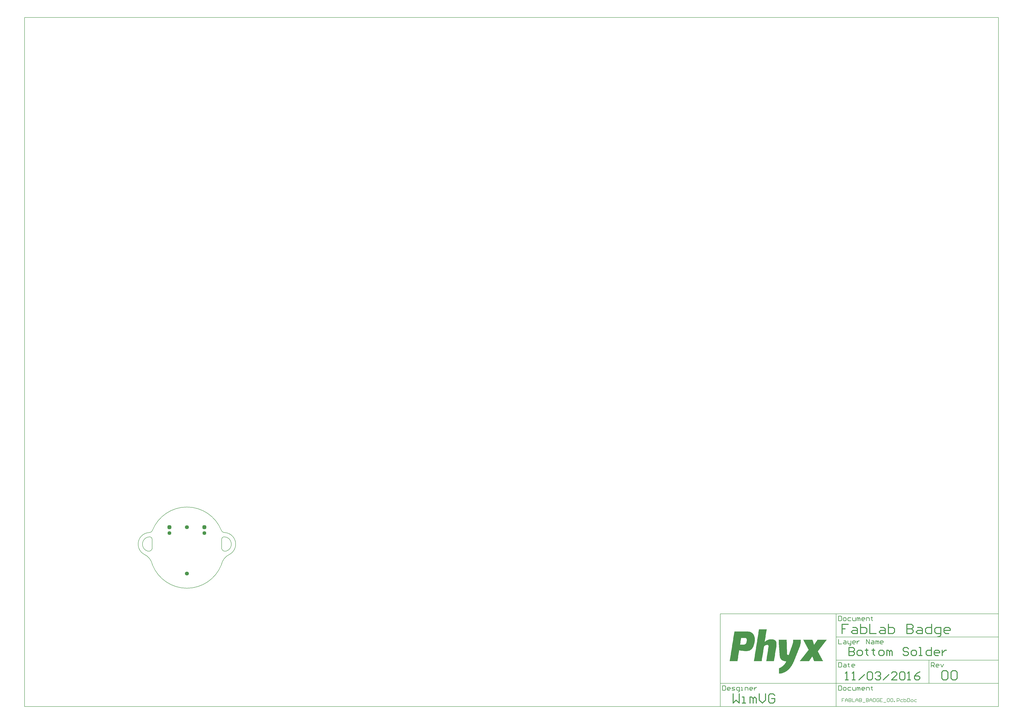
<source format=gbs>
G04 Layer_Color=16711935*
%FSLAX25Y25*%
%MOIN*%
G70*
G01*
G75*
%ADD11C,0.01575*%
%ADD12C,0.00787*%
%ADD13C,0.00984*%
%ADD17C,0.06693*%
G04:AMPARAMS|DCode=18|XSize=63.94mil|YSize=63.94mil|CornerRadius=16.97mil|HoleSize=0mil|Usage=FLASHONLY|Rotation=90.000|XOffset=0mil|YOffset=0mil|HoleType=Round|Shape=RoundedRectangle|*
%AMROUNDEDRECTD18*
21,1,0.06394,0.03000,0,0,90.0*
21,1,0.03000,0.06394,0,0,90.0*
1,1,0.03394,0.01500,0.01500*
1,1,0.03394,0.01500,-0.01500*
1,1,0.03394,-0.01500,-0.01500*
1,1,0.03394,-0.01500,0.01500*
%
%ADD18ROUNDEDRECTD18*%
%ADD19C,0.06394*%
G36*
X1042339Y-162457D02*
Y-162743D01*
Y-163030D01*
Y-163316D01*
Y-163602D01*
Y-163889D01*
Y-164175D01*
Y-164461D01*
Y-164748D01*
Y-165034D01*
Y-165320D01*
Y-165607D01*
Y-165893D01*
Y-166179D01*
Y-166466D01*
Y-166752D01*
Y-167038D01*
Y-167324D01*
Y-167611D01*
Y-167897D01*
Y-168183D01*
X1042053D01*
Y-168470D01*
Y-168756D01*
Y-169042D01*
Y-169329D01*
Y-169615D01*
X1041767D01*
Y-169901D01*
Y-170188D01*
Y-170474D01*
Y-170760D01*
X1041481D01*
Y-171047D01*
Y-171333D01*
Y-171619D01*
Y-171906D01*
X1041194D01*
Y-172192D01*
Y-172478D01*
Y-172764D01*
X1040908D01*
Y-173051D01*
Y-173337D01*
Y-173623D01*
X1040622D01*
Y-173910D01*
Y-174196D01*
Y-174482D01*
X1040335D01*
Y-174769D01*
Y-175055D01*
Y-175341D01*
X1040049D01*
Y-175628D01*
Y-175914D01*
X1039763D01*
Y-176200D01*
Y-176487D01*
X1039476D01*
Y-176773D01*
Y-177059D01*
Y-177345D01*
X1039190D01*
Y-177632D01*
Y-177918D01*
X1038904D01*
Y-178204D01*
Y-178491D01*
Y-178777D01*
X1038617D01*
Y-179063D01*
Y-179350D01*
X1038331D01*
Y-179636D01*
Y-179922D01*
Y-180209D01*
X1038045D01*
Y-180495D01*
Y-180781D01*
X1037758D01*
Y-181068D01*
Y-181354D01*
Y-181640D01*
X1037472D01*
Y-181926D01*
Y-182213D01*
X1037186D01*
Y-182499D01*
Y-182785D01*
Y-183072D01*
X1036899D01*
Y-183358D01*
Y-183644D01*
X1036613D01*
Y-183931D01*
Y-184217D01*
Y-184503D01*
X1036327D01*
Y-184790D01*
Y-185076D01*
X1036041D01*
Y-185362D01*
Y-185649D01*
Y-185935D01*
X1035754D01*
Y-186221D01*
Y-186507D01*
X1035468D01*
Y-186794D01*
Y-187080D01*
Y-187366D01*
X1035182D01*
Y-187653D01*
Y-187939D01*
X1034895D01*
Y-188225D01*
Y-188512D01*
Y-188798D01*
X1034609D01*
Y-189084D01*
Y-189371D01*
X1034323D01*
Y-189657D01*
Y-189943D01*
Y-190229D01*
X1034036D01*
Y-190516D01*
Y-190802D01*
X1033750D01*
Y-191088D01*
Y-191375D01*
Y-191661D01*
X1033464D01*
Y-191947D01*
Y-192234D01*
X1033177D01*
Y-192520D01*
Y-192806D01*
Y-193093D01*
X1032891D01*
Y-193379D01*
Y-193665D01*
X1032605D01*
Y-193952D01*
Y-194238D01*
Y-194524D01*
X1032318D01*
Y-194810D01*
Y-195097D01*
X1032032D01*
Y-195383D01*
Y-195669D01*
Y-195956D01*
X1031746D01*
Y-196242D01*
Y-196528D01*
X1031460D01*
Y-196815D01*
Y-197101D01*
Y-197387D01*
X1031173D01*
Y-197674D01*
Y-197960D01*
X1030887D01*
Y-198246D01*
Y-198533D01*
Y-198819D01*
X1030601D01*
Y-199105D01*
Y-199391D01*
X1030314D01*
Y-199678D01*
Y-199964D01*
X1030028D01*
Y-200251D01*
Y-200537D01*
X1029742D01*
Y-200823D01*
Y-201109D01*
Y-201396D01*
X1029455D01*
Y-201682D01*
X1029169D01*
Y-201968D01*
Y-202255D01*
Y-202541D01*
X1028883D01*
Y-202827D01*
X1028596D01*
Y-203114D01*
Y-203400D01*
X1028310D01*
Y-203686D01*
Y-203973D01*
X1028024D01*
Y-204259D01*
Y-204545D01*
X1027738D01*
Y-204832D01*
Y-205118D01*
X1027451D01*
Y-205404D01*
X1027165D01*
Y-205690D01*
Y-205977D01*
X1026879D01*
Y-206263D01*
Y-206549D01*
X1026592D01*
Y-206836D01*
X1026306D01*
Y-207122D01*
X1026020D01*
Y-207408D01*
Y-207695D01*
X1025733D01*
Y-207981D01*
X1025447D01*
Y-208267D01*
Y-208554D01*
X1025161D01*
Y-208840D01*
X1024874D01*
Y-209126D01*
X1024588D01*
Y-209413D01*
Y-209699D01*
X1024302D01*
Y-209985D01*
X1024015D01*
Y-210271D01*
X1023729D01*
Y-210558D01*
X1023443D01*
Y-210844D01*
X1023157D01*
Y-211130D01*
Y-211417D01*
X1022870D01*
Y-211703D01*
X1022584D01*
Y-211989D01*
X1022297D01*
Y-212276D01*
X1022011D01*
Y-212562D01*
X1021725D01*
Y-212848D01*
X1021439D01*
Y-213135D01*
X1021152D01*
Y-213421D01*
X1020580D01*
Y-213707D01*
X1020293D01*
Y-213994D01*
X1020007D01*
Y-214280D01*
X1019721D01*
Y-214566D01*
X1019434D01*
Y-214852D01*
X1018862D01*
Y-215139D01*
X1018575D01*
Y-215425D01*
X1018003D01*
Y-215711D01*
X1017717D01*
Y-215998D01*
X1017144D01*
Y-216284D01*
X1016858D01*
Y-216570D01*
X1016285D01*
Y-216857D01*
X1015712D01*
Y-217143D01*
X1015140D01*
Y-217429D01*
X1014567D01*
Y-217716D01*
X1013995D01*
Y-218002D01*
X1013136D01*
Y-218288D01*
X1012563D01*
Y-218575D01*
X1011704D01*
Y-218861D01*
X1010559D01*
Y-219147D01*
X1009414D01*
Y-219433D01*
X1007696D01*
Y-219720D01*
X1005691D01*
Y-220006D01*
X1005405D01*
Y-219720D01*
Y-219433D01*
Y-219147D01*
Y-218861D01*
Y-218575D01*
Y-218288D01*
Y-218002D01*
Y-217716D01*
Y-217429D01*
Y-217143D01*
Y-216857D01*
Y-216570D01*
Y-216284D01*
Y-215998D01*
Y-215711D01*
Y-215425D01*
Y-215139D01*
Y-214852D01*
Y-214566D01*
Y-214280D01*
Y-213994D01*
Y-213707D01*
Y-213421D01*
Y-213135D01*
Y-212848D01*
Y-212562D01*
Y-212276D01*
Y-211989D01*
Y-211703D01*
Y-211417D01*
Y-211130D01*
Y-210844D01*
Y-210558D01*
X1005978D01*
Y-210271D01*
X1006550D01*
Y-209985D01*
X1007123D01*
Y-209699D01*
X1007696D01*
Y-209413D01*
X1008268D01*
Y-209126D01*
X1008841D01*
Y-208840D01*
X1009127D01*
Y-208554D01*
X1009700D01*
Y-208267D01*
X1009986D01*
Y-207981D01*
X1010559D01*
Y-207695D01*
X1010845D01*
Y-207408D01*
X1011131D01*
Y-207122D01*
X1011704D01*
Y-206836D01*
X1011990D01*
Y-206549D01*
X1012277D01*
Y-206263D01*
X1012563D01*
Y-205977D01*
X1012849D01*
Y-205690D01*
X1013136D01*
Y-205404D01*
X1013422D01*
Y-205118D01*
X1013708D01*
Y-204832D01*
X1013995D01*
Y-204545D01*
X1014281D01*
Y-204259D01*
X1014567D01*
Y-203973D01*
X1014853D01*
Y-203686D01*
Y-203400D01*
X1015140D01*
Y-203114D01*
X1015426D01*
Y-202827D01*
X1015712D01*
Y-202541D01*
Y-202255D01*
X1015999D01*
Y-201968D01*
X1016285D01*
Y-201682D01*
Y-201396D01*
X1016571D01*
Y-201109D01*
Y-200823D01*
X1016858D01*
Y-200537D01*
X1017144D01*
Y-200251D01*
Y-199964D01*
X1017430D01*
Y-199678D01*
Y-199391D01*
X1017717D01*
Y-199105D01*
Y-198819D01*
X1015999D01*
Y-198533D01*
X1013995D01*
Y-198246D01*
X1012849D01*
Y-197960D01*
X1012277D01*
Y-197674D01*
X1011418D01*
Y-197387D01*
X1010845D01*
Y-197101D01*
X1010559D01*
Y-196815D01*
X1009986D01*
Y-196528D01*
X1009700D01*
Y-196242D01*
X1009414D01*
Y-195956D01*
X1009127D01*
Y-195669D01*
X1008841D01*
Y-195383D01*
X1008554D01*
Y-195097D01*
Y-194810D01*
X1008268D01*
Y-194524D01*
X1007982D01*
Y-194238D01*
Y-193952D01*
X1007696D01*
Y-193665D01*
Y-193379D01*
X1007409D01*
Y-193093D01*
Y-192806D01*
X1007123D01*
Y-192520D01*
Y-192234D01*
Y-191947D01*
X1006837D01*
Y-191661D01*
Y-191375D01*
Y-191088D01*
Y-190802D01*
X1006550D01*
Y-190516D01*
Y-190229D01*
Y-189943D01*
Y-189657D01*
Y-189371D01*
Y-189084D01*
Y-188798D01*
X1006264D01*
Y-188512D01*
Y-188225D01*
Y-187939D01*
Y-187653D01*
Y-187366D01*
Y-187080D01*
Y-186794D01*
Y-186507D01*
Y-186221D01*
Y-185935D01*
Y-185649D01*
Y-185362D01*
Y-185076D01*
Y-184790D01*
Y-184503D01*
X1005978D01*
Y-184217D01*
Y-183931D01*
Y-183644D01*
Y-183358D01*
Y-183072D01*
Y-182785D01*
Y-182499D01*
Y-182213D01*
Y-181926D01*
Y-181640D01*
Y-181354D01*
Y-181068D01*
Y-180781D01*
Y-180495D01*
Y-180209D01*
X1005691D01*
Y-179922D01*
Y-179636D01*
Y-179350D01*
Y-179063D01*
Y-178777D01*
Y-178491D01*
Y-178204D01*
Y-177918D01*
Y-177632D01*
Y-177345D01*
Y-177059D01*
Y-176773D01*
Y-176487D01*
Y-176200D01*
Y-175914D01*
Y-175628D01*
X1005405D01*
Y-175341D01*
Y-175055D01*
Y-174769D01*
Y-174482D01*
Y-174196D01*
Y-173910D01*
Y-173623D01*
Y-173337D01*
Y-173051D01*
Y-172764D01*
Y-172478D01*
Y-172192D01*
Y-171906D01*
Y-171619D01*
Y-171333D01*
Y-171047D01*
X1005119D01*
Y-170760D01*
Y-170474D01*
Y-170188D01*
Y-169901D01*
Y-169615D01*
Y-169329D01*
Y-169042D01*
Y-168756D01*
Y-168470D01*
Y-168183D01*
Y-167897D01*
Y-167611D01*
Y-167324D01*
Y-167038D01*
X1004832D01*
Y-166752D01*
Y-166466D01*
Y-166179D01*
Y-165893D01*
Y-165607D01*
Y-165320D01*
Y-165034D01*
Y-164748D01*
Y-164461D01*
Y-164175D01*
Y-163889D01*
Y-163602D01*
Y-163316D01*
Y-163030D01*
Y-162743D01*
Y-162457D01*
X1004546D01*
Y-162171D01*
X1018289D01*
Y-162457D01*
Y-162743D01*
Y-163030D01*
Y-163316D01*
Y-163602D01*
Y-163889D01*
Y-164175D01*
Y-164461D01*
Y-164748D01*
Y-165034D01*
Y-165320D01*
Y-165607D01*
Y-165893D01*
Y-166179D01*
X1018575D01*
Y-166466D01*
Y-166752D01*
Y-167038D01*
Y-167324D01*
Y-167611D01*
Y-167897D01*
Y-168183D01*
Y-168470D01*
Y-168756D01*
Y-169042D01*
Y-169329D01*
Y-169615D01*
Y-169901D01*
Y-170188D01*
Y-170474D01*
Y-170760D01*
Y-171047D01*
Y-171333D01*
Y-171619D01*
Y-171906D01*
Y-172192D01*
Y-172478D01*
Y-172764D01*
Y-173051D01*
Y-173337D01*
Y-173623D01*
Y-173910D01*
Y-174196D01*
Y-174482D01*
Y-174769D01*
Y-175055D01*
Y-175341D01*
Y-175628D01*
Y-175914D01*
Y-176200D01*
Y-176487D01*
Y-176773D01*
Y-177059D01*
Y-177345D01*
Y-177632D01*
Y-177918D01*
X1018862D01*
Y-178204D01*
X1018575D01*
Y-178491D01*
Y-178777D01*
X1018862D01*
Y-179063D01*
Y-179350D01*
Y-179636D01*
Y-179922D01*
Y-180209D01*
Y-180495D01*
Y-180781D01*
Y-181068D01*
Y-181354D01*
Y-181640D01*
Y-181926D01*
Y-182213D01*
Y-182499D01*
Y-182785D01*
Y-183072D01*
Y-183358D01*
Y-183644D01*
Y-183931D01*
Y-184217D01*
Y-184503D01*
Y-184790D01*
Y-185076D01*
Y-185362D01*
Y-185649D01*
Y-185935D01*
Y-186221D01*
X1019148D01*
Y-186507D01*
Y-186794D01*
Y-187080D01*
X1019434D01*
Y-187366D01*
X1019721D01*
Y-187653D01*
X1020007D01*
Y-187939D01*
X1020866D01*
Y-188225D01*
X1021725D01*
Y-187939D01*
X1022011D01*
Y-187653D01*
Y-187366D01*
Y-187080D01*
X1022297D01*
Y-186794D01*
Y-186507D01*
X1022584D01*
Y-186221D01*
Y-185935D01*
Y-185649D01*
X1022870D01*
Y-185362D01*
Y-185076D01*
Y-184790D01*
X1023157D01*
Y-184503D01*
Y-184217D01*
Y-183931D01*
X1023443D01*
Y-183644D01*
Y-183358D01*
Y-183072D01*
X1023729D01*
Y-182785D01*
Y-182499D01*
X1024015D01*
Y-182213D01*
Y-181926D01*
Y-181640D01*
X1024302D01*
Y-181354D01*
Y-181068D01*
Y-180781D01*
X1024588D01*
Y-180495D01*
Y-180209D01*
Y-179922D01*
X1024874D01*
Y-179636D01*
Y-179350D01*
X1025161D01*
Y-179063D01*
Y-178777D01*
Y-178491D01*
X1025447D01*
Y-178204D01*
Y-177918D01*
Y-177632D01*
X1025733D01*
Y-177345D01*
Y-177059D01*
Y-176773D01*
X1026020D01*
Y-176487D01*
Y-176200D01*
X1026306D01*
Y-175914D01*
Y-175628D01*
Y-175341D01*
X1026592D01*
Y-175055D01*
Y-174769D01*
Y-174482D01*
X1026879D01*
Y-174196D01*
Y-173910D01*
Y-173623D01*
X1027165D01*
Y-173337D01*
Y-173051D01*
X1027451D01*
Y-172764D01*
Y-172478D01*
Y-172192D01*
X1027738D01*
Y-171906D01*
Y-171619D01*
Y-171333D01*
X1028024D01*
Y-171047D01*
Y-170760D01*
Y-170474D01*
X1028310D01*
Y-170188D01*
Y-169901D01*
Y-169615D01*
Y-169329D01*
X1028596D01*
Y-169042D01*
Y-168756D01*
Y-168470D01*
Y-168183D01*
X1028883D01*
Y-167897D01*
Y-167611D01*
Y-167324D01*
Y-167038D01*
Y-166752D01*
X1029169D01*
Y-166466D01*
Y-166179D01*
Y-165893D01*
Y-165607D01*
Y-165320D01*
Y-165034D01*
X1029455D01*
Y-164748D01*
Y-164461D01*
Y-164175D01*
Y-163889D01*
Y-163602D01*
Y-163316D01*
Y-163030D01*
Y-162743D01*
Y-162457D01*
Y-162171D01*
X1042339D01*
Y-162457D01*
D02*
G37*
G36*
X984504Y-144992D02*
Y-145278D01*
X984218D01*
Y-145565D01*
Y-145851D01*
Y-146137D01*
Y-146424D01*
Y-146710D01*
Y-146996D01*
X983932D01*
Y-147283D01*
Y-147569D01*
Y-147855D01*
Y-148142D01*
Y-148428D01*
Y-148714D01*
X983645D01*
Y-149001D01*
Y-149287D01*
Y-149573D01*
Y-149859D01*
Y-150146D01*
Y-150432D01*
Y-150718D01*
X983359D01*
Y-151005D01*
Y-151291D01*
Y-151577D01*
Y-151864D01*
Y-152150D01*
Y-152436D01*
X983073D01*
Y-152723D01*
Y-153009D01*
Y-153295D01*
Y-153582D01*
Y-153868D01*
Y-154154D01*
X982786D01*
Y-154440D01*
Y-154727D01*
Y-155013D01*
Y-155299D01*
Y-155586D01*
Y-155872D01*
Y-156158D01*
X982500D01*
Y-156445D01*
Y-156731D01*
Y-157017D01*
Y-157304D01*
Y-157590D01*
Y-157876D01*
X982214D01*
Y-158162D01*
Y-158449D01*
Y-158735D01*
Y-159021D01*
Y-159308D01*
Y-159594D01*
X981927D01*
Y-159880D01*
Y-160167D01*
Y-160453D01*
Y-160739D01*
Y-161026D01*
Y-161312D01*
X981641D01*
Y-161598D01*
Y-161884D01*
Y-162171D01*
Y-162457D01*
Y-162743D01*
Y-163030D01*
Y-163316D01*
X981355D01*
Y-163602D01*
Y-163889D01*
Y-164175D01*
Y-164461D01*
Y-164748D01*
Y-165034D01*
X981069D01*
Y-165320D01*
Y-165607D01*
X981641D01*
Y-165320D01*
X981927D01*
Y-165034D01*
X982214D01*
Y-164748D01*
X982786D01*
Y-164461D01*
X983073D01*
Y-164175D01*
X983359D01*
Y-163889D01*
X983932D01*
Y-163602D01*
X984504D01*
Y-163316D01*
X984791D01*
Y-163030D01*
X985363D01*
Y-162743D01*
X986222D01*
Y-162457D01*
X986795D01*
Y-162171D01*
X987654D01*
Y-161884D01*
X989085D01*
Y-161598D01*
X995384D01*
Y-161884D01*
X996529D01*
Y-162171D01*
X997388D01*
Y-162457D01*
X997961D01*
Y-162743D01*
X998247D01*
Y-163030D01*
X998820D01*
Y-163316D01*
X999106D01*
Y-163602D01*
X999393D01*
Y-163889D01*
X999679D01*
Y-164175D01*
X999965D01*
Y-164461D01*
Y-164748D01*
X1000251D01*
Y-165034D01*
Y-165320D01*
X1000538D01*
Y-165607D01*
Y-165893D01*
Y-166179D01*
X1000824D01*
Y-166466D01*
Y-166752D01*
Y-167038D01*
Y-167324D01*
X1001110D01*
Y-167611D01*
Y-167897D01*
Y-168183D01*
Y-168470D01*
Y-168756D01*
Y-169042D01*
Y-169329D01*
Y-169615D01*
Y-169901D01*
Y-170188D01*
Y-170474D01*
Y-170760D01*
Y-171047D01*
Y-171333D01*
Y-171619D01*
Y-171906D01*
Y-172192D01*
Y-172478D01*
X1000824D01*
Y-172764D01*
Y-173051D01*
Y-173337D01*
Y-173623D01*
Y-173910D01*
Y-174196D01*
Y-174482D01*
X1000538D01*
Y-174769D01*
Y-175055D01*
Y-175341D01*
Y-175628D01*
Y-175914D01*
Y-176200D01*
Y-176487D01*
X1000251D01*
Y-176773D01*
Y-177059D01*
Y-177345D01*
Y-177632D01*
Y-177918D01*
Y-178204D01*
X999965D01*
Y-178491D01*
Y-178777D01*
Y-179063D01*
Y-179350D01*
Y-179636D01*
Y-179922D01*
X999679D01*
Y-180209D01*
Y-180495D01*
Y-180781D01*
Y-181068D01*
Y-181354D01*
Y-181640D01*
X999393D01*
Y-181926D01*
Y-182213D01*
Y-182499D01*
Y-182785D01*
Y-183072D01*
Y-183358D01*
Y-183644D01*
X999106D01*
Y-183931D01*
Y-184217D01*
Y-184503D01*
Y-184790D01*
Y-185076D01*
Y-185362D01*
X998820D01*
Y-185649D01*
Y-185935D01*
Y-186221D01*
Y-186507D01*
Y-186794D01*
Y-187080D01*
X998534D01*
Y-187366D01*
Y-187653D01*
Y-187939D01*
Y-188225D01*
Y-188512D01*
Y-188798D01*
Y-189084D01*
X998247D01*
Y-189371D01*
Y-189657D01*
Y-189943D01*
Y-190229D01*
Y-190516D01*
Y-190802D01*
X997961D01*
Y-191088D01*
Y-191375D01*
Y-191661D01*
Y-191947D01*
Y-192234D01*
Y-192520D01*
X997675D01*
Y-192806D01*
Y-193093D01*
Y-193379D01*
Y-193665D01*
Y-193952D01*
Y-194238D01*
X997388D01*
Y-194524D01*
Y-194810D01*
Y-195097D01*
Y-195383D01*
Y-195669D01*
Y-195956D01*
Y-196242D01*
X997102D01*
Y-196528D01*
Y-196815D01*
Y-197101D01*
Y-197387D01*
Y-197674D01*
Y-197960D01*
X996816D01*
Y-198246D01*
Y-198533D01*
X983645D01*
Y-198246D01*
Y-197960D01*
X983932D01*
Y-197674D01*
Y-197387D01*
Y-197101D01*
Y-196815D01*
Y-196528D01*
Y-196242D01*
X984218D01*
Y-195956D01*
Y-195669D01*
Y-195383D01*
Y-195097D01*
Y-194810D01*
Y-194524D01*
Y-194238D01*
X984504D01*
Y-193952D01*
Y-193665D01*
Y-193379D01*
Y-193093D01*
Y-192806D01*
Y-192520D01*
X984791D01*
Y-192234D01*
Y-191947D01*
Y-191661D01*
Y-191375D01*
Y-191088D01*
Y-190802D01*
X985077D01*
Y-190516D01*
Y-190229D01*
Y-189943D01*
Y-189657D01*
Y-189371D01*
Y-189084D01*
Y-188798D01*
X985363D01*
Y-188512D01*
Y-188225D01*
Y-187939D01*
Y-187653D01*
Y-187366D01*
Y-187080D01*
X985649D01*
Y-186794D01*
Y-186507D01*
Y-186221D01*
Y-185935D01*
Y-185649D01*
Y-185362D01*
Y-185076D01*
X985936D01*
Y-184790D01*
Y-184503D01*
Y-184217D01*
Y-183931D01*
Y-183644D01*
Y-183358D01*
X986222D01*
Y-183072D01*
Y-182785D01*
Y-182499D01*
Y-182213D01*
Y-181926D01*
Y-181640D01*
X986508D01*
Y-181354D01*
Y-181068D01*
Y-180781D01*
Y-180495D01*
Y-180209D01*
Y-179922D01*
X986795D01*
Y-179636D01*
Y-179350D01*
Y-179063D01*
Y-178777D01*
Y-178491D01*
Y-178204D01*
Y-177918D01*
X987081D01*
Y-177632D01*
Y-177345D01*
Y-177059D01*
Y-176773D01*
Y-176487D01*
Y-176200D01*
X987367D01*
Y-175914D01*
Y-175628D01*
Y-175341D01*
Y-175055D01*
Y-174769D01*
Y-174482D01*
Y-174196D01*
X987654D01*
Y-173910D01*
Y-173623D01*
Y-173337D01*
Y-173051D01*
Y-172764D01*
Y-172478D01*
X987367D01*
Y-172192D01*
Y-171906D01*
X987081D01*
Y-171619D01*
X986795D01*
Y-171333D01*
X986222D01*
Y-171047D01*
X984504D01*
Y-171333D01*
X983073D01*
Y-171619D01*
X982214D01*
Y-171906D01*
X981641D01*
Y-172192D01*
X981355D01*
Y-172478D01*
X980782D01*
Y-172764D01*
X980496D01*
Y-173051D01*
X980210D01*
Y-173337D01*
Y-173623D01*
X979923D01*
Y-173910D01*
Y-174196D01*
Y-174482D01*
X979637D01*
Y-174769D01*
Y-175055D01*
Y-175341D01*
Y-175628D01*
Y-175914D01*
Y-176200D01*
X979351D01*
Y-176487D01*
Y-176773D01*
Y-177059D01*
Y-177345D01*
Y-177632D01*
Y-177918D01*
Y-178204D01*
X979064D01*
Y-178491D01*
Y-178777D01*
Y-179063D01*
Y-179350D01*
Y-179636D01*
Y-179922D01*
X978778D01*
Y-180209D01*
Y-180495D01*
Y-180781D01*
Y-181068D01*
Y-181354D01*
Y-181640D01*
X978492D01*
Y-181926D01*
Y-182213D01*
Y-182499D01*
Y-182785D01*
Y-183072D01*
Y-183358D01*
X978205D01*
Y-183644D01*
Y-183931D01*
Y-184217D01*
Y-184503D01*
Y-184790D01*
Y-185076D01*
Y-185362D01*
X977919D01*
Y-185649D01*
Y-185935D01*
Y-186221D01*
Y-186507D01*
Y-186794D01*
Y-187080D01*
X977633D01*
Y-187366D01*
Y-187653D01*
Y-187939D01*
Y-188225D01*
Y-188512D01*
Y-188798D01*
X977346D01*
Y-189084D01*
Y-189371D01*
Y-189657D01*
Y-189943D01*
Y-190229D01*
Y-190516D01*
Y-190802D01*
X977060D01*
Y-191088D01*
Y-191375D01*
Y-191661D01*
Y-191947D01*
Y-192234D01*
Y-192520D01*
X976774D01*
Y-192806D01*
Y-193093D01*
Y-193379D01*
Y-193665D01*
Y-193952D01*
Y-194238D01*
X976488D01*
Y-194524D01*
Y-194810D01*
Y-195097D01*
Y-195383D01*
Y-195669D01*
Y-195956D01*
X976201D01*
Y-196242D01*
Y-196528D01*
Y-196815D01*
Y-197101D01*
Y-197387D01*
Y-197674D01*
Y-197960D01*
X975915D01*
Y-198246D01*
Y-198533D01*
X962745D01*
Y-198246D01*
Y-197960D01*
X963031D01*
Y-197674D01*
Y-197387D01*
Y-197101D01*
Y-196815D01*
Y-196528D01*
Y-196242D01*
Y-195956D01*
X963317D01*
Y-195669D01*
Y-195383D01*
Y-195097D01*
Y-194810D01*
Y-194524D01*
Y-194238D01*
X963603D01*
Y-193952D01*
Y-193665D01*
Y-193379D01*
Y-193093D01*
Y-192806D01*
Y-192520D01*
X963890D01*
Y-192234D01*
Y-191947D01*
Y-191661D01*
Y-191375D01*
Y-191088D01*
Y-190802D01*
Y-190516D01*
X964176D01*
Y-190229D01*
Y-189943D01*
Y-189657D01*
Y-189371D01*
Y-189084D01*
Y-188798D01*
X964462D01*
Y-188512D01*
Y-188225D01*
Y-187939D01*
Y-187653D01*
Y-187366D01*
Y-187080D01*
X964749D01*
Y-186794D01*
Y-186507D01*
Y-186221D01*
Y-185935D01*
Y-185649D01*
Y-185362D01*
X965035D01*
Y-185076D01*
Y-184790D01*
Y-184503D01*
Y-184217D01*
Y-183931D01*
Y-183644D01*
Y-183358D01*
X965321D01*
Y-183072D01*
Y-182785D01*
Y-182499D01*
Y-182213D01*
Y-181926D01*
Y-181640D01*
X965608D01*
Y-181354D01*
Y-181068D01*
Y-180781D01*
Y-180495D01*
Y-180209D01*
Y-179922D01*
X965894D01*
Y-179636D01*
Y-179350D01*
Y-179063D01*
Y-178777D01*
Y-178491D01*
Y-178204D01*
Y-177918D01*
X966180D01*
Y-177632D01*
Y-177345D01*
Y-177059D01*
Y-176773D01*
Y-176487D01*
Y-176200D01*
X966467D01*
Y-175914D01*
Y-175628D01*
Y-175341D01*
Y-175055D01*
Y-174769D01*
Y-174482D01*
X966753D01*
Y-174196D01*
Y-173910D01*
Y-173623D01*
Y-173337D01*
Y-173051D01*
Y-172764D01*
X967039D01*
Y-172478D01*
Y-172192D01*
Y-171906D01*
Y-171619D01*
Y-171333D01*
Y-171047D01*
Y-170760D01*
X967325D01*
Y-170474D01*
Y-170188D01*
Y-169901D01*
Y-169615D01*
Y-169329D01*
Y-169042D01*
X967612D01*
Y-168756D01*
Y-168470D01*
Y-168183D01*
Y-167897D01*
Y-167611D01*
Y-167324D01*
X967898D01*
Y-167038D01*
Y-166752D01*
Y-166466D01*
Y-166179D01*
Y-165893D01*
Y-165607D01*
X968184D01*
Y-165320D01*
Y-165034D01*
Y-164748D01*
Y-164461D01*
Y-164175D01*
Y-163889D01*
Y-163602D01*
X968471D01*
Y-163316D01*
Y-163030D01*
Y-162743D01*
Y-162457D01*
Y-162171D01*
Y-161884D01*
X968757D01*
Y-161598D01*
Y-161312D01*
Y-161026D01*
Y-160739D01*
Y-160453D01*
Y-160167D01*
X969043D01*
Y-159880D01*
Y-159594D01*
Y-159308D01*
Y-159021D01*
Y-158735D01*
Y-158449D01*
Y-158162D01*
X969330D01*
Y-157876D01*
Y-157590D01*
Y-157304D01*
Y-157017D01*
Y-156731D01*
Y-156445D01*
X969616D01*
Y-156158D01*
Y-155872D01*
Y-155586D01*
Y-155299D01*
Y-155013D01*
Y-154727D01*
X969902D01*
Y-154440D01*
Y-154154D01*
Y-153868D01*
Y-153582D01*
Y-153295D01*
Y-153009D01*
X970189D01*
Y-152723D01*
Y-152436D01*
Y-152150D01*
Y-151864D01*
Y-151577D01*
Y-151291D01*
Y-151005D01*
X970475D01*
Y-150718D01*
Y-150432D01*
Y-150146D01*
Y-149859D01*
Y-149573D01*
Y-149287D01*
X970761D01*
Y-149001D01*
Y-148714D01*
Y-148428D01*
Y-148142D01*
Y-147855D01*
Y-147569D01*
X971047D01*
Y-147283D01*
Y-146996D01*
Y-146710D01*
Y-146424D01*
Y-146137D01*
Y-145851D01*
Y-145565D01*
X971334D01*
Y-145278D01*
Y-144992D01*
Y-144706D01*
X984504D01*
Y-144992D01*
D02*
G37*
G36*
X953296Y-148428D02*
X955014D01*
Y-148714D01*
X955873D01*
Y-149001D01*
X956732D01*
Y-149287D01*
X957591D01*
Y-149573D01*
X958164D01*
Y-149859D01*
X958450D01*
Y-150146D01*
X959022D01*
Y-150432D01*
X959309D01*
Y-150718D01*
X959881D01*
Y-151005D01*
X960168D01*
Y-151291D01*
X960454D01*
Y-151577D01*
X960740D01*
Y-151864D01*
X961027D01*
Y-152150D01*
X961313D01*
Y-152436D01*
X961599D01*
Y-152723D01*
Y-153009D01*
X961886D01*
Y-153295D01*
X962172D01*
Y-153582D01*
Y-153868D01*
X962458D01*
Y-154154D01*
X962745D01*
Y-154440D01*
Y-154727D01*
X963031D01*
Y-155013D01*
Y-155299D01*
Y-155586D01*
X963317D01*
Y-155872D01*
Y-156158D01*
Y-156445D01*
X963603D01*
Y-156731D01*
Y-157017D01*
Y-157304D01*
Y-157590D01*
X963890D01*
Y-157876D01*
Y-158162D01*
Y-158449D01*
Y-158735D01*
Y-159021D01*
X964176D01*
Y-159308D01*
Y-159594D01*
Y-159880D01*
Y-160167D01*
Y-160453D01*
Y-160739D01*
Y-161026D01*
Y-161312D01*
Y-161598D01*
Y-161884D01*
Y-162171D01*
Y-162457D01*
Y-162743D01*
Y-163030D01*
Y-163316D01*
Y-163602D01*
Y-163889D01*
Y-164175D01*
Y-164461D01*
Y-164748D01*
X963890D01*
Y-165034D01*
Y-165320D01*
Y-165607D01*
Y-165893D01*
Y-166179D01*
Y-166466D01*
Y-166752D01*
X963603D01*
Y-167038D01*
Y-167324D01*
Y-167611D01*
Y-167897D01*
Y-168183D01*
X963317D01*
Y-168470D01*
Y-168756D01*
Y-169042D01*
Y-169329D01*
Y-169615D01*
X963031D01*
Y-169901D01*
Y-170188D01*
Y-170474D01*
X962745D01*
Y-170760D01*
Y-171047D01*
Y-171333D01*
Y-171619D01*
X962458D01*
Y-171906D01*
Y-172192D01*
Y-172478D01*
X962172D01*
Y-172764D01*
Y-173051D01*
X961886D01*
Y-173337D01*
Y-173623D01*
Y-173910D01*
X961599D01*
Y-174196D01*
Y-174482D01*
X961313D01*
Y-174769D01*
Y-175055D01*
X961027D01*
Y-175341D01*
Y-175628D01*
X960740D01*
Y-175914D01*
X960454D01*
Y-176200D01*
Y-176487D01*
X960168D01*
Y-176773D01*
X959881D01*
Y-177059D01*
X959595D01*
Y-177345D01*
Y-177632D01*
X959309D01*
Y-177918D01*
X959022D01*
Y-178204D01*
X958736D01*
Y-178491D01*
X958450D01*
Y-178777D01*
X958164D01*
Y-179063D01*
X957591D01*
Y-179350D01*
X957304D01*
Y-179636D01*
X956732D01*
Y-179922D01*
X956446D01*
Y-180209D01*
X955873D01*
Y-180495D01*
X955014D01*
Y-180781D01*
X954155D01*
Y-181068D01*
X953296D01*
Y-181354D01*
X951578D01*
Y-181640D01*
X946425D01*
Y-181354D01*
X943848D01*
Y-181068D01*
X941844D01*
Y-180781D01*
X940412D01*
Y-180495D01*
X938980D01*
Y-180209D01*
X937549D01*
Y-180495D01*
Y-180781D01*
Y-181068D01*
Y-181354D01*
Y-181640D01*
Y-181926D01*
Y-182213D01*
X937263D01*
Y-182499D01*
Y-182785D01*
Y-183072D01*
Y-183358D01*
Y-183644D01*
Y-183931D01*
X936976D01*
Y-184217D01*
Y-184503D01*
Y-184790D01*
Y-185076D01*
Y-185362D01*
Y-185649D01*
X936690D01*
Y-185935D01*
Y-186221D01*
Y-186507D01*
Y-186794D01*
Y-187080D01*
Y-187366D01*
Y-187653D01*
X936404D01*
Y-187939D01*
Y-188225D01*
Y-188512D01*
Y-188798D01*
Y-189084D01*
Y-189371D01*
X936117D01*
Y-189657D01*
Y-189943D01*
Y-190229D01*
Y-190516D01*
Y-190802D01*
Y-191088D01*
X935831D01*
Y-191375D01*
Y-191661D01*
Y-191947D01*
Y-192234D01*
Y-192520D01*
Y-192806D01*
Y-193093D01*
X935545D01*
Y-193379D01*
Y-193665D01*
Y-193952D01*
Y-194238D01*
Y-194524D01*
Y-194810D01*
X935258D01*
Y-195097D01*
Y-195383D01*
Y-195669D01*
Y-195956D01*
Y-196242D01*
Y-196528D01*
X934972D01*
Y-196815D01*
Y-197101D01*
Y-197387D01*
Y-197674D01*
Y-197960D01*
Y-198246D01*
Y-198533D01*
X921515D01*
Y-198246D01*
X921802D01*
Y-197960D01*
Y-197674D01*
Y-197387D01*
Y-197101D01*
Y-196815D01*
X922088D01*
Y-196528D01*
Y-196242D01*
Y-195956D01*
Y-195669D01*
Y-195383D01*
Y-195097D01*
Y-194810D01*
X922374D01*
Y-194524D01*
Y-194238D01*
Y-193952D01*
Y-193665D01*
Y-193379D01*
Y-193093D01*
X922661D01*
Y-192806D01*
Y-192520D01*
Y-192234D01*
Y-191947D01*
Y-191661D01*
Y-191375D01*
X922947D01*
Y-191088D01*
Y-190802D01*
Y-190516D01*
Y-190229D01*
Y-189943D01*
Y-189657D01*
Y-189371D01*
X923233D01*
Y-189084D01*
Y-188798D01*
Y-188512D01*
Y-188225D01*
Y-187939D01*
Y-187653D01*
X923520D01*
Y-187366D01*
Y-187080D01*
Y-186794D01*
Y-186507D01*
Y-186221D01*
Y-185935D01*
X923806D01*
Y-185649D01*
Y-185362D01*
Y-185076D01*
Y-184790D01*
Y-184503D01*
Y-184217D01*
X924092D01*
Y-183931D01*
Y-183644D01*
Y-183358D01*
Y-183072D01*
Y-182785D01*
Y-182499D01*
Y-182213D01*
X924378D01*
Y-181926D01*
Y-181640D01*
Y-181354D01*
Y-181068D01*
Y-180781D01*
Y-180495D01*
X924665D01*
Y-180209D01*
Y-179922D01*
Y-179636D01*
Y-179350D01*
Y-179063D01*
Y-178777D01*
X924951D01*
Y-178491D01*
Y-178204D01*
Y-177918D01*
Y-177632D01*
Y-177345D01*
Y-177059D01*
X925237D01*
Y-176773D01*
Y-176487D01*
Y-176200D01*
Y-175914D01*
Y-175628D01*
Y-175341D01*
Y-175055D01*
X925524D01*
Y-174769D01*
Y-174482D01*
Y-174196D01*
Y-173910D01*
Y-173623D01*
Y-173337D01*
X925810D01*
Y-173051D01*
Y-172764D01*
Y-172478D01*
Y-172192D01*
Y-171906D01*
Y-171619D01*
X926096D01*
Y-171333D01*
Y-171047D01*
Y-170760D01*
Y-170474D01*
Y-170188D01*
Y-169901D01*
Y-169615D01*
X926383D01*
Y-169329D01*
Y-169042D01*
Y-168756D01*
Y-168470D01*
Y-168183D01*
Y-167897D01*
X926669D01*
Y-167611D01*
Y-167324D01*
Y-167038D01*
Y-166752D01*
Y-166466D01*
Y-166179D01*
X926955D01*
Y-165893D01*
Y-165607D01*
Y-165320D01*
Y-165034D01*
Y-164748D01*
Y-164461D01*
X927242D01*
Y-164175D01*
Y-163889D01*
Y-163602D01*
Y-163316D01*
Y-163030D01*
Y-162743D01*
Y-162457D01*
X927528D01*
Y-162171D01*
Y-161884D01*
Y-161598D01*
Y-161312D01*
Y-161026D01*
Y-160739D01*
X927814D01*
Y-160453D01*
Y-160167D01*
Y-159880D01*
Y-159594D01*
Y-159308D01*
Y-159021D01*
X928101D01*
Y-158735D01*
Y-158449D01*
Y-158162D01*
Y-157876D01*
Y-157590D01*
Y-157304D01*
Y-157017D01*
X928387D01*
Y-156731D01*
Y-156445D01*
Y-156158D01*
Y-155872D01*
Y-155586D01*
Y-155299D01*
X928673D01*
Y-155013D01*
Y-154727D01*
Y-154440D01*
Y-154154D01*
Y-153868D01*
Y-153582D01*
X928959D01*
Y-153295D01*
Y-153009D01*
Y-152723D01*
Y-152436D01*
Y-152150D01*
Y-151864D01*
Y-151577D01*
X929246D01*
Y-151291D01*
Y-151005D01*
Y-150718D01*
Y-150432D01*
Y-150146D01*
Y-149859D01*
X929532D01*
Y-149573D01*
Y-149287D01*
Y-149001D01*
Y-148714D01*
Y-148428D01*
Y-148142D01*
X953296D01*
Y-148428D01*
D02*
G37*
G36*
X1086432Y-162457D02*
X1086145D01*
Y-162743D01*
X1085859D01*
Y-163030D01*
Y-163316D01*
X1085573D01*
Y-163602D01*
X1085286D01*
Y-163889D01*
X1085000D01*
Y-164175D01*
Y-164461D01*
X1084714D01*
Y-164748D01*
X1084427D01*
Y-165034D01*
X1084141D01*
Y-165320D01*
X1083855D01*
Y-165607D01*
Y-165893D01*
X1083568D01*
Y-166179D01*
X1083282D01*
Y-166466D01*
X1082996D01*
Y-166752D01*
Y-167038D01*
X1082710D01*
Y-167324D01*
X1082423D01*
Y-167611D01*
X1082137D01*
Y-167897D01*
X1081851D01*
Y-168183D01*
Y-168470D01*
X1081564D01*
Y-168756D01*
X1081278D01*
Y-169042D01*
X1080992D01*
Y-169329D01*
Y-169615D01*
X1080705D01*
Y-169901D01*
X1080419D01*
Y-170188D01*
X1080133D01*
Y-170474D01*
Y-170760D01*
X1079846D01*
Y-171047D01*
X1079560D01*
Y-171333D01*
X1079274D01*
Y-171619D01*
X1078988D01*
Y-171906D01*
Y-172192D01*
X1078701D01*
Y-172478D01*
X1078415D01*
Y-172764D01*
X1078129D01*
Y-173051D01*
Y-173337D01*
X1077842D01*
Y-173623D01*
X1077556D01*
Y-173910D01*
X1077270D01*
Y-174196D01*
Y-174482D01*
X1076983D01*
Y-174769D01*
X1076697D01*
Y-175055D01*
X1076411D01*
Y-175341D01*
X1076124D01*
Y-175628D01*
Y-175914D01*
X1075838D01*
Y-176200D01*
X1075552D01*
Y-176487D01*
X1075265D01*
Y-176773D01*
Y-177059D01*
X1074979D01*
Y-177345D01*
X1074693D01*
Y-177632D01*
X1074407D01*
Y-177918D01*
Y-178204D01*
X1074120D01*
Y-178491D01*
X1073834D01*
Y-178777D01*
X1073547D01*
Y-179063D01*
X1073261D01*
Y-179350D01*
Y-179636D01*
X1072975D01*
Y-179922D01*
X1072689D01*
Y-180209D01*
X1072402D01*
Y-180495D01*
Y-180781D01*
X1072116D01*
Y-181068D01*
X1071830D01*
Y-181354D01*
X1071543D01*
Y-181640D01*
X1071257D01*
Y-181926D01*
Y-182213D01*
X1071543D01*
Y-182499D01*
Y-182785D01*
X1071830D01*
Y-183072D01*
Y-183358D01*
X1072116D01*
Y-183644D01*
X1072402D01*
Y-183931D01*
Y-184217D01*
X1072689D01*
Y-184503D01*
Y-184790D01*
X1072975D01*
Y-185076D01*
Y-185362D01*
X1073261D01*
Y-185649D01*
Y-185935D01*
X1073547D01*
Y-186221D01*
Y-186507D01*
X1073834D01*
Y-186794D01*
Y-187080D01*
X1074120D01*
Y-187366D01*
Y-187653D01*
X1074407D01*
Y-187939D01*
Y-188225D01*
X1074693D01*
Y-188512D01*
X1074979D01*
Y-188798D01*
Y-189084D01*
X1075265D01*
Y-189371D01*
Y-189657D01*
X1075552D01*
Y-189943D01*
Y-190229D01*
X1075838D01*
Y-190516D01*
Y-190802D01*
X1076124D01*
Y-191088D01*
Y-191375D01*
X1076411D01*
Y-191661D01*
Y-191947D01*
X1076697D01*
Y-192234D01*
Y-192520D01*
X1076983D01*
Y-192806D01*
X1077270D01*
Y-193093D01*
Y-193379D01*
X1077556D01*
Y-193665D01*
Y-193952D01*
X1077842D01*
Y-194238D01*
Y-194524D01*
X1078129D01*
Y-194810D01*
Y-195097D01*
X1078415D01*
Y-195383D01*
Y-195669D01*
X1078701D01*
Y-195956D01*
Y-196242D01*
X1078988D01*
Y-196528D01*
Y-196815D01*
X1079274D01*
Y-197101D01*
X1079560D01*
Y-197387D01*
Y-197674D01*
X1079846D01*
Y-197960D01*
Y-198246D01*
X1080133D01*
Y-198533D01*
X1064958D01*
Y-198246D01*
X1064672D01*
Y-197960D01*
Y-197674D01*
Y-197387D01*
X1064386D01*
Y-197101D01*
Y-196815D01*
Y-196528D01*
X1064099D01*
Y-196242D01*
Y-195956D01*
X1063813D01*
Y-195669D01*
Y-195383D01*
Y-195097D01*
X1063527D01*
Y-194810D01*
Y-194524D01*
Y-194238D01*
X1063240D01*
Y-193952D01*
Y-193665D01*
X1062954D01*
Y-193379D01*
Y-193093D01*
Y-192806D01*
X1062668D01*
Y-192520D01*
Y-192234D01*
Y-191947D01*
X1062381D01*
Y-191661D01*
Y-191375D01*
Y-191088D01*
X1062095D01*
Y-190802D01*
X1061522D01*
Y-191088D01*
Y-191375D01*
X1061236D01*
Y-191661D01*
X1060950D01*
Y-191947D01*
Y-192234D01*
X1060664D01*
Y-192520D01*
X1060377D01*
Y-192806D01*
Y-193093D01*
X1060091D01*
Y-193379D01*
X1059805D01*
Y-193665D01*
Y-193952D01*
X1059518D01*
Y-194238D01*
X1059232D01*
Y-194524D01*
X1058946D01*
Y-194810D01*
Y-195097D01*
X1058659D01*
Y-195383D01*
X1058373D01*
Y-195669D01*
Y-195956D01*
X1058087D01*
Y-196242D01*
X1057800D01*
Y-196528D01*
Y-196815D01*
X1057514D01*
Y-197101D01*
X1057228D01*
Y-197387D01*
Y-197674D01*
X1056941D01*
Y-197960D01*
X1056655D01*
Y-198246D01*
Y-198533D01*
X1040622D01*
Y-198246D01*
X1040908D01*
Y-197960D01*
X1041194D01*
Y-197674D01*
X1041481D01*
Y-197387D01*
X1041767D01*
Y-197101D01*
Y-196815D01*
X1042053D01*
Y-196528D01*
X1042339D01*
Y-196242D01*
X1042626D01*
Y-195956D01*
X1042912D01*
Y-195669D01*
Y-195383D01*
X1043198D01*
Y-195097D01*
X1043485D01*
Y-194810D01*
X1043771D01*
Y-194524D01*
Y-194238D01*
X1044057D01*
Y-193952D01*
X1044344D01*
Y-193665D01*
X1044630D01*
Y-193379D01*
X1044916D01*
Y-193093D01*
Y-192806D01*
X1045203D01*
Y-192520D01*
X1045489D01*
Y-192234D01*
X1045775D01*
Y-191947D01*
X1046062D01*
Y-191661D01*
Y-191375D01*
X1046348D01*
Y-191088D01*
X1046634D01*
Y-190802D01*
X1046920D01*
Y-190516D01*
Y-190229D01*
X1047207D01*
Y-189943D01*
X1047493D01*
Y-189657D01*
X1047779D01*
Y-189371D01*
X1048066D01*
Y-189084D01*
Y-188798D01*
X1048352D01*
Y-188512D01*
X1048638D01*
Y-188225D01*
X1048925D01*
Y-187939D01*
Y-187653D01*
X1049211D01*
Y-187366D01*
X1049497D01*
Y-187080D01*
X1049784D01*
Y-186794D01*
X1050070D01*
Y-186507D01*
Y-186221D01*
X1050356D01*
Y-185935D01*
X1050642D01*
Y-185649D01*
X1050929D01*
Y-185362D01*
Y-185076D01*
X1051215D01*
Y-184790D01*
X1051501D01*
Y-184503D01*
X1051788D01*
Y-184217D01*
X1052074D01*
Y-183931D01*
Y-183644D01*
X1052360D01*
Y-183358D01*
X1052647D01*
Y-183072D01*
X1052933D01*
Y-182785D01*
X1053219D01*
Y-182499D01*
Y-182213D01*
X1053506D01*
Y-181926D01*
X1053792D01*
Y-181640D01*
X1054078D01*
Y-181354D01*
Y-181068D01*
X1054365D01*
Y-180781D01*
X1054651D01*
Y-180495D01*
X1054937D01*
Y-180209D01*
X1055223D01*
Y-179922D01*
Y-179636D01*
X1055510D01*
Y-179350D01*
Y-179063D01*
Y-178777D01*
X1055223D01*
Y-178491D01*
X1054937D01*
Y-178204D01*
Y-177918D01*
X1054651D01*
Y-177632D01*
Y-177345D01*
X1054365D01*
Y-177059D01*
Y-176773D01*
X1054078D01*
Y-176487D01*
Y-176200D01*
X1053792D01*
Y-175914D01*
Y-175628D01*
X1053506D01*
Y-175341D01*
Y-175055D01*
X1053219D01*
Y-174769D01*
X1052933D01*
Y-174482D01*
Y-174196D01*
X1052647D01*
Y-173910D01*
Y-173623D01*
X1052360D01*
Y-173337D01*
Y-173051D01*
X1052074D01*
Y-172764D01*
Y-172478D01*
X1051788D01*
Y-172192D01*
Y-171906D01*
X1051501D01*
Y-171619D01*
Y-171333D01*
X1051215D01*
Y-171047D01*
X1050929D01*
Y-170760D01*
Y-170474D01*
X1050642D01*
Y-170188D01*
Y-169901D01*
X1050356D01*
Y-169615D01*
Y-169329D01*
X1050070D01*
Y-169042D01*
Y-168756D01*
X1049784D01*
Y-168470D01*
Y-168183D01*
X1049497D01*
Y-167897D01*
Y-167611D01*
X1049211D01*
Y-167324D01*
Y-167038D01*
X1048925D01*
Y-166752D01*
X1048638D01*
Y-166466D01*
Y-166179D01*
X1048352D01*
Y-165893D01*
Y-165607D01*
X1048066D01*
Y-165320D01*
Y-165034D01*
X1047779D01*
Y-164748D01*
Y-164461D01*
X1047493D01*
Y-164175D01*
Y-163889D01*
X1047207D01*
Y-163602D01*
Y-163316D01*
X1046920D01*
Y-163030D01*
X1046634D01*
Y-162743D01*
Y-162457D01*
X1046348D01*
Y-162171D01*
X1062095D01*
Y-162457D01*
X1062381D01*
Y-162743D01*
Y-163030D01*
Y-163316D01*
X1062668D01*
Y-163602D01*
Y-163889D01*
Y-164175D01*
X1062954D01*
Y-164461D01*
Y-164748D01*
Y-165034D01*
X1063240D01*
Y-165320D01*
Y-165607D01*
Y-165893D01*
X1063527D01*
Y-166179D01*
Y-166466D01*
Y-166752D01*
X1063813D01*
Y-167038D01*
Y-167324D01*
Y-167611D01*
X1064099D01*
Y-167897D01*
Y-168183D01*
Y-168470D01*
X1064386D01*
Y-168756D01*
Y-169042D01*
Y-169329D01*
X1064672D01*
Y-169615D01*
Y-169901D01*
Y-170188D01*
Y-170474D01*
X1065244D01*
Y-170188D01*
X1065531D01*
Y-169901D01*
X1065817D01*
Y-169615D01*
Y-169329D01*
X1066103D01*
Y-169042D01*
X1066390D01*
Y-168756D01*
Y-168470D01*
X1066676D01*
Y-168183D01*
X1066962D01*
Y-167897D01*
Y-167611D01*
X1067249D01*
Y-167324D01*
X1067535D01*
Y-167038D01*
Y-166752D01*
X1067821D01*
Y-166466D01*
X1068108D01*
Y-166179D01*
Y-165893D01*
X1068394D01*
Y-165607D01*
X1068680D01*
Y-165320D01*
Y-165034D01*
X1068966D01*
Y-164748D01*
X1069253D01*
Y-164461D01*
Y-164175D01*
X1069539D01*
Y-163889D01*
X1069825D01*
Y-163602D01*
Y-163316D01*
X1070112D01*
Y-163030D01*
X1070398D01*
Y-162743D01*
Y-162457D01*
X1070684D01*
Y-162171D01*
X1086432D01*
Y-162457D01*
D02*
G37*
%LPC*%
G36*
X949001Y-159308D02*
X940985D01*
Y-159594D01*
Y-159880D01*
Y-160167D01*
Y-160453D01*
Y-160739D01*
X940698D01*
Y-161026D01*
Y-161312D01*
Y-161598D01*
Y-161884D01*
Y-162171D01*
Y-162457D01*
X940412D01*
Y-162743D01*
Y-163030D01*
Y-163316D01*
Y-163602D01*
Y-163889D01*
Y-164175D01*
X940126D01*
Y-164461D01*
Y-164748D01*
Y-165034D01*
Y-165320D01*
Y-165607D01*
Y-165893D01*
X939839D01*
Y-166179D01*
Y-166466D01*
Y-166752D01*
Y-167038D01*
Y-167324D01*
Y-167611D01*
Y-167897D01*
X939553D01*
Y-168183D01*
Y-168470D01*
Y-168756D01*
Y-169042D01*
Y-169329D01*
Y-169615D01*
X939267D01*
Y-169901D01*
Y-170188D01*
Y-170474D01*
X946425D01*
Y-170188D01*
X947570D01*
Y-169901D01*
X948143D01*
Y-169615D01*
X948429D01*
Y-169329D01*
X948715D01*
Y-169042D01*
X949001D01*
Y-168756D01*
X949288D01*
Y-168470D01*
Y-168183D01*
X949574D01*
Y-167897D01*
Y-167611D01*
X949860D01*
Y-167324D01*
Y-167038D01*
X950147D01*
Y-166752D01*
Y-166466D01*
Y-166179D01*
Y-165893D01*
X950433D01*
Y-165607D01*
Y-165320D01*
Y-165034D01*
Y-164748D01*
Y-164461D01*
X950719D01*
Y-164175D01*
Y-163889D01*
Y-163602D01*
Y-163316D01*
Y-163030D01*
Y-162743D01*
Y-162457D01*
Y-162171D01*
Y-161884D01*
Y-161598D01*
Y-161312D01*
X950433D01*
Y-161026D01*
Y-160739D01*
X950147D01*
Y-160453D01*
Y-160167D01*
X949860D01*
Y-159880D01*
X949574D01*
Y-159594D01*
X949001D01*
Y-159308D01*
D02*
G37*
%LPD*%
D11*
X1124016Y-175201D02*
Y-188976D01*
X1130903D01*
X1133199Y-186680D01*
Y-184385D01*
X1130903Y-182089D01*
X1124016D01*
X1130903D01*
X1133199Y-179793D01*
Y-177497D01*
X1130903Y-175201D01*
X1124016D01*
X1140087Y-188976D02*
X1144678D01*
X1146974Y-186680D01*
Y-182089D01*
X1144678Y-179793D01*
X1140087D01*
X1137791Y-182089D01*
Y-186680D01*
X1140087Y-188976D01*
X1153862Y-177497D02*
Y-179793D01*
X1151566D01*
X1156158D01*
X1153862D01*
Y-186680D01*
X1156158Y-188976D01*
X1165341Y-177497D02*
Y-179793D01*
X1163045D01*
X1167637D01*
X1165341D01*
Y-186680D01*
X1167637Y-188976D01*
X1176820D02*
X1181412D01*
X1183708Y-186680D01*
Y-182089D01*
X1181412Y-179793D01*
X1176820D01*
X1174524Y-182089D01*
Y-186680D01*
X1176820Y-188976D01*
X1188299D02*
Y-179793D01*
X1190595D01*
X1192891Y-182089D01*
Y-188976D01*
Y-182089D01*
X1195187Y-179793D01*
X1197483Y-182089D01*
Y-188976D01*
X1225033Y-177497D02*
X1222737Y-175201D01*
X1218145D01*
X1215850Y-177497D01*
Y-179793D01*
X1218145Y-182089D01*
X1222737D01*
X1225033Y-184385D01*
Y-186680D01*
X1222737Y-188976D01*
X1218145D01*
X1215850Y-186680D01*
X1231921Y-188976D02*
X1236512D01*
X1238808Y-186680D01*
Y-182089D01*
X1236512Y-179793D01*
X1231921D01*
X1229625Y-182089D01*
Y-186680D01*
X1231921Y-188976D01*
X1243400D02*
X1247991D01*
X1245696D01*
Y-175201D01*
X1243400D01*
X1264062D02*
Y-188976D01*
X1257175D01*
X1254879Y-186680D01*
Y-182089D01*
X1257175Y-179793D01*
X1264062D01*
X1275542Y-188976D02*
X1270950D01*
X1268654Y-186680D01*
Y-182089D01*
X1270950Y-179793D01*
X1275542D01*
X1277837Y-182089D01*
Y-184385D01*
X1268654D01*
X1282429Y-179793D02*
Y-188976D01*
Y-184385D01*
X1284725Y-182089D01*
X1287021Y-179793D01*
X1289317D01*
X1122700Y-135832D02*
X1112205D01*
Y-143703D01*
X1117452D01*
X1112205D01*
Y-151575D01*
X1130571Y-141079D02*
X1135819D01*
X1138443Y-143703D01*
Y-151575D01*
X1130571D01*
X1127948Y-148951D01*
X1130571Y-146327D01*
X1138443D01*
X1143691Y-135832D02*
Y-151575D01*
X1151562D01*
X1154186Y-148951D01*
Y-146327D01*
Y-143703D01*
X1151562Y-141079D01*
X1143691D01*
X1159433Y-135832D02*
Y-151575D01*
X1169929D01*
X1177800Y-141079D02*
X1183048D01*
X1185672Y-143703D01*
Y-151575D01*
X1177800D01*
X1175177Y-148951D01*
X1177800Y-146327D01*
X1185672D01*
X1190919Y-135832D02*
Y-151575D01*
X1198791D01*
X1201415Y-148951D01*
Y-146327D01*
Y-143703D01*
X1198791Y-141079D01*
X1190919D01*
X1222405Y-135832D02*
Y-151575D01*
X1230277D01*
X1232901Y-148951D01*
Y-146327D01*
X1230277Y-143703D01*
X1222405D01*
X1230277D01*
X1232901Y-141079D01*
Y-138456D01*
X1230277Y-135832D01*
X1222405D01*
X1240772Y-141079D02*
X1246020D01*
X1248643Y-143703D01*
Y-151575D01*
X1240772D01*
X1238148Y-148951D01*
X1240772Y-146327D01*
X1248643D01*
X1264386Y-135832D02*
Y-151575D01*
X1256515D01*
X1253891Y-148951D01*
Y-143703D01*
X1256515Y-141079D01*
X1264386D01*
X1274882Y-156823D02*
X1277506D01*
X1280129Y-154199D01*
Y-141079D01*
X1272258D01*
X1269634Y-143703D01*
Y-148951D01*
X1272258Y-151575D01*
X1280129D01*
X1293248D02*
X1288001D01*
X1285377Y-148951D01*
Y-143703D01*
X1288001Y-141079D01*
X1293248D01*
X1295872Y-143703D01*
Y-146327D01*
X1285377D01*
X1118110Y-230315D02*
X1122702D01*
X1120406D01*
Y-216540D01*
X1118110Y-218836D01*
X1129589Y-230315D02*
X1134181D01*
X1131885D01*
Y-216540D01*
X1129589Y-218836D01*
X1141069Y-230315D02*
X1150252Y-221132D01*
X1154844Y-218836D02*
X1157140Y-216540D01*
X1161731D01*
X1164027Y-218836D01*
Y-228019D01*
X1161731Y-230315D01*
X1157140D01*
X1154844Y-228019D01*
Y-218836D01*
X1168619D02*
X1170915Y-216540D01*
X1175506D01*
X1177802Y-218836D01*
Y-221132D01*
X1175506Y-223427D01*
X1173211D01*
X1175506D01*
X1177802Y-225723D01*
Y-228019D01*
X1175506Y-230315D01*
X1170915D01*
X1168619Y-228019D01*
X1182394Y-230315D02*
X1191577Y-221132D01*
X1205352Y-230315D02*
X1196169D01*
X1205352Y-221132D01*
Y-218836D01*
X1203057Y-216540D01*
X1198465D01*
X1196169Y-218836D01*
X1209944D02*
X1212240Y-216540D01*
X1216832D01*
X1219127Y-218836D01*
Y-228019D01*
X1216832Y-230315D01*
X1212240D01*
X1209944Y-228019D01*
Y-218836D01*
X1223719Y-230315D02*
X1228311D01*
X1226015D01*
Y-216540D01*
X1223719Y-218836D01*
X1244382Y-216540D02*
X1239790Y-218836D01*
X1235198Y-223427D01*
Y-228019D01*
X1237494Y-230315D01*
X1242086D01*
X1244382Y-228019D01*
Y-225723D01*
X1242086Y-223427D01*
X1235198D01*
X1281496Y-217196D02*
X1284120Y-214572D01*
X1289367D01*
X1291991Y-217196D01*
Y-227691D01*
X1289367Y-230315D01*
X1284120D01*
X1281496Y-227691D01*
Y-217196D01*
X1297239D02*
X1299863Y-214572D01*
X1305110D01*
X1307734Y-217196D01*
Y-227691D01*
X1305110Y-230315D01*
X1299863D01*
X1297239Y-227691D01*
Y-217196D01*
X927165Y-253942D02*
Y-269685D01*
X932413Y-264437D01*
X937661Y-269685D01*
Y-253942D01*
X942908Y-269685D02*
X948156D01*
X945532D01*
Y-259190D01*
X942908D01*
X956027Y-269685D02*
Y-259190D01*
X958651D01*
X961275Y-261814D01*
Y-269685D01*
Y-261814D01*
X963899Y-259190D01*
X966523Y-261814D01*
Y-269685D01*
X971770Y-253942D02*
Y-264437D01*
X977018Y-269685D01*
X982266Y-264437D01*
Y-253942D01*
X998009Y-256566D02*
X995385Y-253942D01*
X990137D01*
X987513Y-256566D01*
Y-267061D01*
X990137Y-269685D01*
X995385D01*
X998009Y-267061D01*
Y-261814D01*
X992761D01*
D12*
X66929Y-11811D02*
G03*
X62992Y12450I-3937J11811D01*
G01*
D02*
G03*
X59055Y7874I319J-4256D01*
G01*
Y-7874D02*
G03*
X66929Y-11811I5906J1969D01*
G01*
X-66929D02*
G03*
X-59055Y-7874I1969J5906D01*
G01*
Y7874D02*
G03*
X-62992Y12450I-4256J319D01*
G01*
D02*
G03*
X-66929Y-11811I0J-12450D01*
G01*
X72958Y-17048D02*
G03*
X63115Y19685I-9843J17048D01*
G01*
X72958Y-17048D02*
G03*
X58405Y-35408I10328J-23133D01*
G01*
X-58405D02*
G03*
X-72958Y-17048I-24880J-4773D01*
G01*
X-58405Y-35408D02*
G03*
X58405Y-35408I58405J23597D01*
G01*
X-63115Y19685D02*
G03*
X-72958Y-17048I0J-19685D01*
G01*
X-63113Y19670D02*
G03*
X-58405Y23597I-602J5507D01*
G01*
X58405D02*
G03*
X63113Y19670I5310J1580D01*
G01*
X58405Y23597D02*
G03*
X-58405Y23597I-58405J-23597D01*
G01*
X59055Y-7874D02*
Y7874D01*
X-59055Y-7874D02*
Y7874D01*
X-275590Y-275590D02*
X1377953D01*
X-275590D02*
Y893701D01*
X1377953Y-275590D02*
Y893701D01*
X-275590D02*
X1377953D01*
X1102362Y-275590D02*
Y-118110D01*
X905512Y-275590D02*
Y-118110D01*
X1377953D01*
X905512Y-236221D02*
X1377953D01*
X1102362Y-196850D02*
X1377953D01*
X1102362Y-157480D02*
X1377953D01*
X1259842Y-236221D02*
Y-196850D01*
X1116140Y-261813D02*
X1112205D01*
Y-264765D01*
X1114173D01*
X1112205D01*
Y-267717D01*
X1118108D02*
Y-263781D01*
X1120076Y-261813D01*
X1122044Y-263781D01*
Y-267717D01*
Y-264765D01*
X1118108D01*
X1124012Y-261813D02*
Y-267717D01*
X1126964D01*
X1127948Y-266733D01*
Y-265749D01*
X1126964Y-264765D01*
X1124012D01*
X1126964D01*
X1127948Y-263781D01*
Y-262797D01*
X1126964Y-261813D01*
X1124012D01*
X1129916D02*
Y-267717D01*
X1133851D01*
X1135819D02*
Y-263781D01*
X1137787Y-261813D01*
X1139755Y-263781D01*
Y-267717D01*
Y-264765D01*
X1135819D01*
X1141723Y-261813D02*
Y-267717D01*
X1144674D01*
X1145658Y-266733D01*
Y-265749D01*
X1144674Y-264765D01*
X1141723D01*
X1144674D01*
X1145658Y-263781D01*
Y-262797D01*
X1144674Y-261813D01*
X1141723D01*
X1147626Y-268701D02*
X1151562D01*
X1153530Y-261813D02*
Y-267717D01*
X1156482D01*
X1157466Y-266733D01*
Y-265749D01*
X1156482Y-264765D01*
X1153530D01*
X1156482D01*
X1157466Y-263781D01*
Y-262797D01*
X1156482Y-261813D01*
X1153530D01*
X1159433Y-267717D02*
Y-263781D01*
X1161401Y-261813D01*
X1163369Y-263781D01*
Y-267717D01*
Y-264765D01*
X1159433D01*
X1165337Y-261813D02*
Y-267717D01*
X1168289D01*
X1169273Y-266733D01*
Y-262797D01*
X1168289Y-261813D01*
X1165337D01*
X1175176Y-262797D02*
X1174193Y-261813D01*
X1172225D01*
X1171241Y-262797D01*
Y-266733D01*
X1172225Y-267717D01*
X1174193D01*
X1175176Y-266733D01*
Y-264765D01*
X1173209D01*
X1181080Y-261813D02*
X1177144D01*
Y-267717D01*
X1181080D01*
X1177144Y-264765D02*
X1179112D01*
X1183048Y-268701D02*
X1186984D01*
X1188951Y-262797D02*
X1189935Y-261813D01*
X1191903D01*
X1192887Y-262797D01*
Y-266733D01*
X1191903Y-267717D01*
X1189935D01*
X1188951Y-266733D01*
Y-262797D01*
X1194855D02*
X1195839Y-261813D01*
X1197807D01*
X1198791Y-262797D01*
Y-266733D01*
X1197807Y-267717D01*
X1195839D01*
X1194855Y-266733D01*
Y-262797D01*
X1200759Y-267717D02*
Y-266733D01*
X1201743D01*
Y-267717D01*
X1200759D01*
X1205678D02*
Y-261813D01*
X1208630D01*
X1209614Y-262797D01*
Y-264765D01*
X1208630Y-265749D01*
X1205678D01*
X1215518Y-263781D02*
X1212566D01*
X1211582Y-264765D01*
Y-266733D01*
X1212566Y-267717D01*
X1215518D01*
X1217486Y-261813D02*
Y-267717D01*
X1220437D01*
X1221421Y-266733D01*
Y-265749D01*
Y-264765D01*
X1220437Y-263781D01*
X1217486D01*
X1223389Y-261813D02*
Y-267717D01*
X1226341D01*
X1227325Y-266733D01*
Y-262797D01*
X1226341Y-261813D01*
X1223389D01*
X1230277Y-267717D02*
X1232245D01*
X1233228Y-266733D01*
Y-264765D01*
X1232245Y-263781D01*
X1230277D01*
X1229293Y-264765D01*
Y-266733D01*
X1230277Y-267717D01*
X1239132Y-263781D02*
X1236180D01*
X1235196Y-264765D01*
Y-266733D01*
X1236180Y-267717D01*
X1239132D01*
D13*
X1106299Y-240160D02*
Y-248031D01*
X1110235D01*
X1111547Y-246720D01*
Y-241472D01*
X1110235Y-240160D01*
X1106299D01*
X1115483Y-248031D02*
X1118106D01*
X1119418Y-246720D01*
Y-244096D01*
X1118106Y-242784D01*
X1115483D01*
X1114171Y-244096D01*
Y-246720D01*
X1115483Y-248031D01*
X1127290Y-242784D02*
X1123354D01*
X1122042Y-244096D01*
Y-246720D01*
X1123354Y-248031D01*
X1127290D01*
X1129914Y-242784D02*
Y-246720D01*
X1131226Y-248031D01*
X1135161D01*
Y-242784D01*
X1137785Y-248031D02*
Y-242784D01*
X1139097D01*
X1140409Y-244096D01*
Y-248031D01*
Y-244096D01*
X1141721Y-242784D01*
X1143033Y-244096D01*
Y-248031D01*
X1149592D02*
X1146968D01*
X1145657Y-246720D01*
Y-244096D01*
X1146968Y-242784D01*
X1149592D01*
X1150904Y-244096D01*
Y-245408D01*
X1145657D01*
X1153528Y-248031D02*
Y-242784D01*
X1157464D01*
X1158776Y-244096D01*
Y-248031D01*
X1162712Y-241472D02*
Y-242784D01*
X1161400D01*
X1164023D01*
X1162712D01*
Y-246720D01*
X1164023Y-248031D01*
X1106299Y-200790D02*
Y-208661D01*
X1110235D01*
X1111547Y-207349D01*
Y-202102D01*
X1110235Y-200790D01*
X1106299D01*
X1115483Y-203414D02*
X1118106D01*
X1119418Y-204726D01*
Y-208661D01*
X1115483D01*
X1114171Y-207349D01*
X1115483Y-206038D01*
X1119418D01*
X1123354Y-202102D02*
Y-203414D01*
X1122042D01*
X1124666D01*
X1123354D01*
Y-207349D01*
X1124666Y-208661D01*
X1132537D02*
X1129914D01*
X1128602Y-207349D01*
Y-204726D01*
X1129914Y-203414D01*
X1132537D01*
X1133849Y-204726D01*
Y-206038D01*
X1128602D01*
X1106299Y-161420D02*
Y-169291D01*
X1111547D01*
X1115483Y-164044D02*
X1118106D01*
X1119418Y-165356D01*
Y-169291D01*
X1115483D01*
X1114171Y-167979D01*
X1115483Y-166667D01*
X1119418D01*
X1122042Y-164044D02*
Y-167979D01*
X1123354Y-169291D01*
X1127290D01*
Y-170603D01*
X1125978Y-171915D01*
X1124666D01*
X1127290Y-169291D02*
Y-164044D01*
X1133849Y-169291D02*
X1131226D01*
X1129914Y-167979D01*
Y-165356D01*
X1131226Y-164044D01*
X1133849D01*
X1135161Y-165356D01*
Y-166667D01*
X1129914D01*
X1137785Y-164044D02*
Y-169291D01*
Y-166667D01*
X1139097Y-165356D01*
X1140409Y-164044D01*
X1141721D01*
X1153528Y-169291D02*
Y-161420D01*
X1158776Y-169291D01*
Y-161420D01*
X1162712Y-164044D02*
X1165335D01*
X1166647Y-165356D01*
Y-169291D01*
X1162712D01*
X1161400Y-167979D01*
X1162712Y-166667D01*
X1166647D01*
X1169271Y-169291D02*
Y-164044D01*
X1170583D01*
X1171895Y-165356D01*
Y-169291D01*
Y-165356D01*
X1173207Y-164044D01*
X1174519Y-165356D01*
Y-169291D01*
X1181078D02*
X1178454D01*
X1177143Y-167979D01*
Y-165356D01*
X1178454Y-164044D01*
X1181078D01*
X1182390Y-165356D01*
Y-166667D01*
X1177143D01*
X1106299Y-122050D02*
Y-129921D01*
X1110235D01*
X1111547Y-128609D01*
Y-123362D01*
X1110235Y-122050D01*
X1106299D01*
X1115483Y-129921D02*
X1118106D01*
X1119418Y-128609D01*
Y-125986D01*
X1118106Y-124674D01*
X1115483D01*
X1114171Y-125986D01*
Y-128609D01*
X1115483Y-129921D01*
X1127290Y-124674D02*
X1123354D01*
X1122042Y-125986D01*
Y-128609D01*
X1123354Y-129921D01*
X1127290D01*
X1129914Y-124674D02*
Y-128609D01*
X1131226Y-129921D01*
X1135161D01*
Y-124674D01*
X1137785Y-129921D02*
Y-124674D01*
X1139097D01*
X1140409Y-125986D01*
Y-129921D01*
Y-125986D01*
X1141721Y-124674D01*
X1143033Y-125986D01*
Y-129921D01*
X1149592D02*
X1146968D01*
X1145657Y-128609D01*
Y-125986D01*
X1146968Y-124674D01*
X1149592D01*
X1150904Y-125986D01*
Y-127297D01*
X1145657D01*
X1153528Y-129921D02*
Y-124674D01*
X1157464D01*
X1158776Y-125986D01*
Y-129921D01*
X1162712Y-123362D02*
Y-124674D01*
X1161400D01*
X1164023D01*
X1162712D01*
Y-128609D01*
X1164023Y-129921D01*
X909449Y-240160D02*
Y-248031D01*
X913385D01*
X914697Y-246720D01*
Y-241472D01*
X913385Y-240160D01*
X909449D01*
X921256Y-248031D02*
X918632D01*
X917320Y-246720D01*
Y-244096D01*
X918632Y-242784D01*
X921256D01*
X922568Y-244096D01*
Y-245408D01*
X917320D01*
X925192Y-248031D02*
X929128D01*
X930439Y-246720D01*
X929128Y-245408D01*
X926504D01*
X925192Y-244096D01*
X926504Y-242784D01*
X930439D01*
X935687Y-250655D02*
X936999D01*
X938311Y-249343D01*
Y-242784D01*
X934375D01*
X933063Y-244096D01*
Y-246720D01*
X934375Y-248031D01*
X938311D01*
X940935D02*
X943559D01*
X942247D01*
Y-242784D01*
X940935D01*
X947494Y-248031D02*
Y-242784D01*
X951430D01*
X952742Y-244096D01*
Y-248031D01*
X959301D02*
X956678D01*
X955366Y-246720D01*
Y-244096D01*
X956678Y-242784D01*
X959301D01*
X960613Y-244096D01*
Y-245408D01*
X955366D01*
X963237Y-242784D02*
Y-248031D01*
Y-245408D01*
X964549Y-244096D01*
X965861Y-242784D01*
X967173D01*
X1263780Y-208661D02*
Y-200790D01*
X1267715D01*
X1269027Y-202102D01*
Y-204726D01*
X1267715Y-206038D01*
X1263780D01*
X1266403D02*
X1269027Y-208661D01*
X1275587D02*
X1272963D01*
X1271651Y-207349D01*
Y-204726D01*
X1272963Y-203414D01*
X1275587D01*
X1276899Y-204726D01*
Y-206038D01*
X1271651D01*
X1279523Y-203414D02*
X1282146Y-208661D01*
X1284770Y-203414D01*
D17*
X0Y-50000D02*
D03*
Y28740D02*
D03*
D18*
X-29528Y28622D02*
D03*
X29528D02*
D03*
D19*
X-29528Y18622D02*
D03*
X29528D02*
D03*
M02*

</source>
